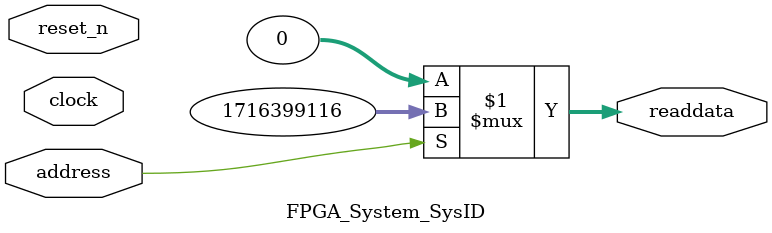
<source format=v>



// synthesis translate_off
`timescale 1ns / 1ps
// synthesis translate_on

// turn off superfluous verilog processor warnings 
// altera message_level Level1 
// altera message_off 10034 10035 10036 10037 10230 10240 10030 

module FPGA_System_SysID (
               // inputs:
                address,
                clock,
                reset_n,

               // outputs:
                readdata
             )
;

  output  [ 31: 0] readdata;
  input            address;
  input            clock;
  input            reset_n;

  wire    [ 31: 0] readdata;
  //control_slave, which is an e_avalon_slave
  assign readdata = address ? 1716399116 : 0;

endmodule



</source>
